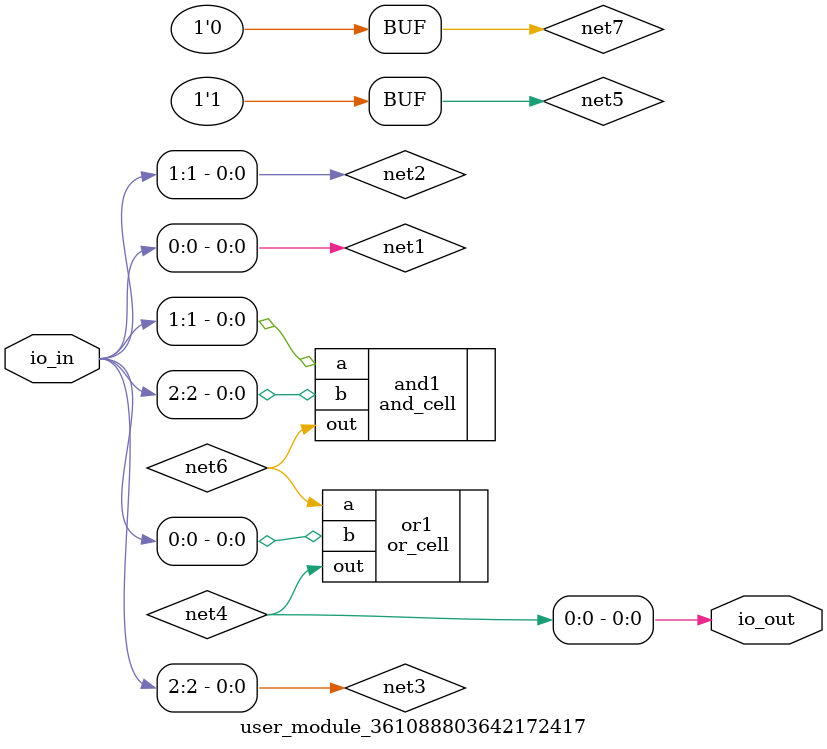
<source format=v>
/* Automatically generated from https://wokwi.com/projects/361088803642172417 */

`default_nettype none

module user_module_361088803642172417(
  input [7:0] io_in,
  output [7:0] io_out
);
  wire net1 = io_in[0];
  wire net2 = io_in[1];
  wire net3 = io_in[2];
  wire net4;
  wire net5 = 1'b1;
  wire net6;
  wire net7 = 1'b0;

  assign io_out[0] = net4;

  and_cell and1 (
    .a (net2),
    .b (net3),
    .out (net6)
  );
  or_cell or1 (
    .a (net6),
    .b (net1),
    .out (net4)
  );
endmodule

</source>
